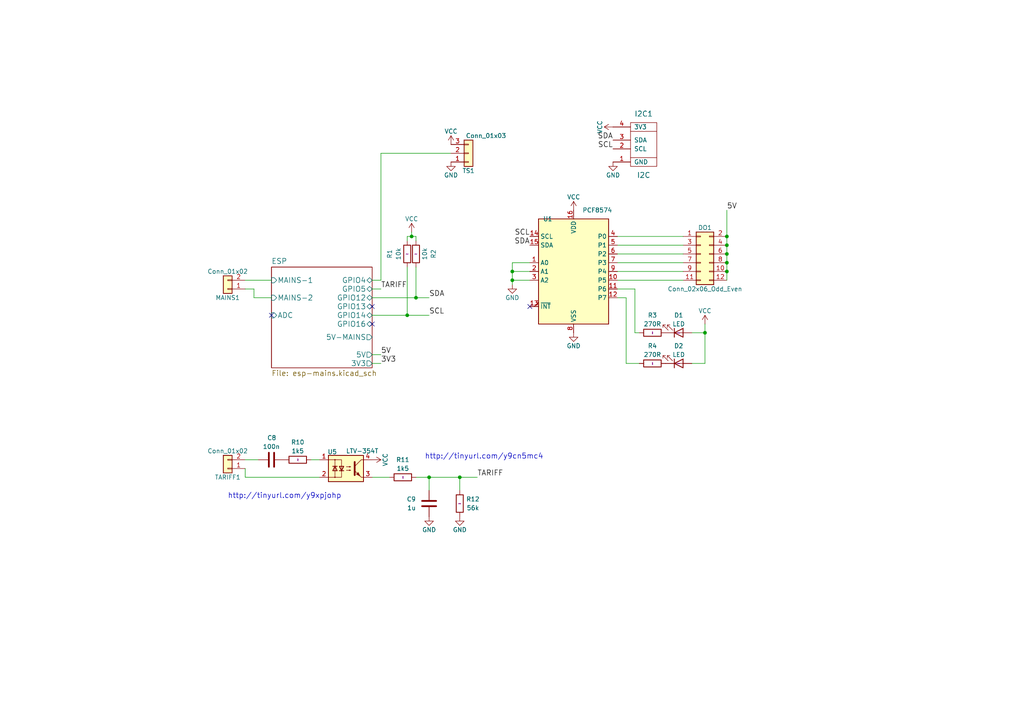
<source format=kicad_sch>
(kicad_sch (version 20210621) (generator eeschema)
  (paper "A4")
  (lib_symbols
    (symbol "Connector_Generic:Conn_01x02" (pin_names (offset 1.016) hide)
      (property "Reference" "J" (at 0 2.54 0))
      (property "Value" "Conn_01x02" (at 0 -5.08 0))
      (symbol "Conn_01x02_1_1"
        (rectangle (start -1.27 -2.413) (end 0 -2.667) (stroke (width 0.1524)))
        (rectangle (start -1.27 0.127) (end 0 -0.127) (stroke (width 0.1524)))
        (rectangle (start -1.27 1.27) (end 1.27 -3.81) (stroke (width 0.254)) (fill (type background)))
        (pin passive line (at -5.08 0 0) (length 3.81) (name "Pin_1") (number "1"))
        (pin passive line (at -5.08 -2.54 0) (length 3.81) (name "Pin_2") (number "2"))
      )
    )
    (symbol "Connector_Generic:Conn_01x03" (pin_names (offset 1.016) hide)
      (property "Reference" "J" (at 0 5.08 0))
      (property "Value" "Conn_01x03" (at 0 -5.08 0))
      (symbol "Conn_01x03_1_1"
        (rectangle (start -1.27 -2.413) (end 0 -2.667) (stroke (width 0.1524)))
        (rectangle (start -1.27 0.127) (end 0 -0.127) (stroke (width 0.1524)))
        (rectangle (start -1.27 2.667) (end 0 2.413) (stroke (width 0.1524)))
        (rectangle (start -1.27 3.81) (end 1.27 -3.81) (stroke (width 0.254)) (fill (type background)))
        (pin passive line (at -5.08 2.54 0) (length 3.81) (name "Pin_1") (number "1"))
        (pin passive line (at -5.08 0 0) (length 3.81) (name "Pin_2") (number "2"))
        (pin passive line (at -5.08 -2.54 0) (length 3.81) (name "Pin_3") (number "3"))
      )
    )
    (symbol "Connector_Generic:Conn_02x06_Odd_Even" (pin_names (offset 1.016) hide)
      (property "Reference" "J" (at 1.27 7.62 0))
      (property "Value" "Conn_02x06_Odd_Even" (at 1.27 -10.16 0))
      (symbol "Conn_02x06_Odd_Even_1_1"
        (rectangle (start -1.27 -7.493) (end 0 -7.747) (stroke (width 0.1524)))
        (rectangle (start -1.27 -4.953) (end 0 -5.207) (stroke (width 0.1524)))
        (rectangle (start -1.27 -2.413) (end 0 -2.667) (stroke (width 0.1524)))
        (rectangle (start -1.27 0.127) (end 0 -0.127) (stroke (width 0.1524)))
        (rectangle (start -1.27 2.667) (end 0 2.413) (stroke (width 0.1524)))
        (rectangle (start -1.27 5.207) (end 0 4.953) (stroke (width 0.1524)))
        (rectangle (start -1.27 6.35) (end 3.81 -8.89) (stroke (width 0.254)) (fill (type background)))
        (rectangle (start 3.81 -7.493) (end 2.54 -7.747) (stroke (width 0.1524)))
        (rectangle (start 3.81 -4.953) (end 2.54 -5.207) (stroke (width 0.1524)))
        (rectangle (start 3.81 -2.413) (end 2.54 -2.667) (stroke (width 0.1524)))
        (rectangle (start 3.81 0.127) (end 2.54 -0.127) (stroke (width 0.1524)))
        (rectangle (start 3.81 2.667) (end 2.54 2.413) (stroke (width 0.1524)))
        (rectangle (start 3.81 5.207) (end 2.54 4.953) (stroke (width 0.1524)))
        (pin passive line (at -5.08 5.08 0) (length 3.81) (name "Pin_1") (number "1"))
        (pin passive line (at 7.62 -5.08 180) (length 3.81) (name "Pin_10") (number "10"))
        (pin passive line (at -5.08 -7.62 0) (length 3.81) (name "Pin_11") (number "11"))
        (pin passive line (at 7.62 -7.62 180) (length 3.81) (name "Pin_12") (number "12"))
        (pin passive line (at 7.62 5.08 180) (length 3.81) (name "Pin_2") (number "2"))
        (pin passive line (at -5.08 2.54 0) (length 3.81) (name "Pin_3") (number "3"))
        (pin passive line (at 7.62 2.54 180) (length 3.81) (name "Pin_4") (number "4"))
        (pin passive line (at -5.08 0 0) (length 3.81) (name "Pin_5") (number "5"))
        (pin passive line (at 7.62 0 180) (length 3.81) (name "Pin_6") (number "6"))
        (pin passive line (at -5.08 -2.54 0) (length 3.81) (name "Pin_7") (number "7"))
        (pin passive line (at 7.62 -2.54 180) (length 3.81) (name "Pin_8") (number "8"))
        (pin passive line (at -5.08 -5.08 0) (length 3.81) (name "Pin_9") (number "9"))
      )
    )
    (symbol "Device:C" (pin_numbers hide) (pin_names (offset 0.254))
      (property "Reference" "C" (at 0.635 2.54 0))
      (property "Value" "C" (at 0.635 -2.54 0))
      (symbol "C_0_1"
        (polyline (pts (xy -2.032 -0.762) (xy 2.032 -0.762)) (stroke (width 0.508)))
        (polyline (pts (xy -2.032 0.762) (xy 2.032 0.762)) (stroke (width 0.508)))
      )
      (symbol "C_1_1"
        (pin passive line (at 0 3.81 270) (length 2.794) (name "~") (number "1"))
        (pin passive line (at 0 -3.81 90) (length 2.794) (name "~") (number "2"))
      )
    )
    (symbol "Device:LED" (pin_numbers hide) (pin_names (offset 1.016) hide)
      (property "Reference" "D" (at 0 2.54 0))
      (property "Value" "LED" (at 0 -2.54 0))
      (symbol "LED_0_1"
        (polyline (pts (xy -1.27 -1.27) (xy -1.27 1.27)) (stroke (width 0.254)))
        (polyline (pts (xy -1.27 0) (xy 1.27 0)))
        (polyline (pts (xy 1.27 -1.27) (xy 1.27 1.27) (xy -1.27 0) (xy 1.27 -1.27)) (stroke (width 0.254)))
        (polyline (pts (xy -3.048 -0.762) (xy -4.572 -2.286) (xy -3.81 -2.286) (xy -4.572 -2.286) (xy -4.572 -1.524)))
        (polyline (pts (xy -1.778 -0.762) (xy -3.302 -2.286) (xy -2.54 -2.286) (xy -3.302 -2.286) (xy -3.302 -1.524)))
      )
      (symbol "LED_1_1"
        (pin passive line (at -3.81 0 0) (length 2.54) (name "K") (number "1"))
        (pin passive line (at 3.81 0 180) (length 2.54) (name "A") (number "2"))
      )
    )
    (symbol "Device:R" (pin_numbers hide) (pin_names (offset 0))
      (property "Reference" "R" (at 2.032 0 90))
      (property "Value" "R" (at 0 0 90))
      (symbol "R_0_1"
        (rectangle (start -1.016 -2.54) (end 1.016 2.54) (stroke (width 0.254)))
      )
      (symbol "R_1_1"
        (pin passive line (at 0 3.81 270) (length 1.27) (name "~") (number "1"))
        (pin passive line (at 0 -3.81 90) (length 1.27) (name "~") (number "2"))
      )
    )
    (symbol "Drake:I2C" (pin_names (offset 1.016))
      (property "Reference" "X" (at 0 8.89 0))
      (property "Value" "I2C" (at 0 -8.89 0))
      (symbol "I2C_0_1"
        (polyline (pts (xy 3.81 -3.81) (xy -3.81 -3.81)))
        (polyline (pts (xy 3.81 3.81) (xy -3.81 3.81)))
        (rectangle (start 3.81 6.35) (end -3.81 -6.35))
      )
      (symbol "I2C_1_1"
        (pin power_in line (at 8.89 -5.08 180) (length 5.08) (name "GND") (number "1"))
        (pin open_collector line (at 8.89 -1.27 180) (length 5.08) (name "SCL") (number "2"))
        (pin open_collector line (at 8.89 1.27 180) (length 5.08) (name "SDA") (number "3"))
        (pin power_in line (at 8.89 5.08 180) (length 5.08) (name "3V3") (number "4"))
      )
    )
    (symbol "Interface_Expansion:PCF8574"
      (property "Reference" "U" (at -8.89 16.51 0))
      (property "Value" "PCF8574" (at 2.54 16.51 0))
      (symbol "PCF8574_0_1"
        (rectangle (start -10.16 15.24) (end 10.16 -15.24) (stroke (width 0.254)) (fill (type background)))
      )
      (symbol "PCF8574_1_1"
        (pin input line (at -12.7 2.54 0) (length 2.54) (name "A0") (number "1"))
        (pin bidirectional line (at 12.7 -2.54 180) (length 2.54) (name "P5") (number "10"))
        (pin bidirectional line (at 12.7 -5.08 180) (length 2.54) (name "P6") (number "11"))
        (pin bidirectional line (at 12.7 -7.62 180) (length 2.54) (name "P7") (number "12"))
        (pin open_collector output_low (at -12.7 -10.16 0) (length 2.54) (name "~{INT}") (number "13"))
        (pin input line (at -12.7 10.16 0) (length 2.54) (name "SCL") (number "14"))
        (pin bidirectional line (at -12.7 7.62 0) (length 2.54) (name "SDA") (number "15"))
        (pin power_in line (at 0 17.78 270) (length 2.54) (name "VDD") (number "16"))
        (pin input line (at -12.7 0 0) (length 2.54) (name "A1") (number "2"))
        (pin input line (at -12.7 -2.54 0) (length 2.54) (name "A2") (number "3"))
        (pin bidirectional line (at 12.7 10.16 180) (length 2.54) (name "P0") (number "4"))
        (pin bidirectional line (at 12.7 7.62 180) (length 2.54) (name "P1") (number "5"))
        (pin bidirectional line (at 12.7 5.08 180) (length 2.54) (name "P2") (number "6"))
        (pin bidirectional line (at 12.7 2.54 180) (length 2.54) (name "P3") (number "7"))
        (pin power_in line (at 0 -17.78 90) (length 2.54) (name "VSS") (number "8"))
        (pin bidirectional line (at 12.7 0 180) (length 2.54) (name "P4") (number "9"))
      )
    )
    (symbol "Isolator:LTV-354T" (pin_names (offset 1.016))
      (property "Reference" "U" (at -5.334 4.826 0))
      (property "Value" "LTV-354T" (at 0 5.08 0))
      (symbol "LTV-354T_0_1"
        (rectangle (start -5.08 3.81) (end 5.08 -3.81) (stroke (width 0.254)) (fill (type background)))
        (circle (center -3.175 -2.54) (radius 0.127))
        (circle (center -3.175 2.54) (radius 0.127))
        (polyline (pts (xy -3.81 0.635) (xy -2.54 0.635)) (stroke (width 0.254)))
        (polyline (pts (xy -3.175 -0.635) (xy -3.175 -2.54)))
        (polyline (pts (xy -3.175 -0.635) (xy -3.175 2.54)))
        (polyline (pts (xy -1.905 -0.635) (xy -0.635 -0.635)) (stroke (width 0.254)))
        (polyline (pts (xy 2.54 0.635) (xy 4.445 2.54)))
        (polyline (pts (xy 4.445 -2.54) (xy 2.54 -0.635)) (fill (type outline)))
        (polyline (pts (xy 4.445 -2.54) (xy 5.08 -2.54)))
        (polyline (pts (xy 4.445 2.54) (xy 5.08 2.54)))
        (polyline (pts (xy -5.08 2.54) (xy -1.27 2.54) (xy -1.27 -0.635)))
        (polyline (pts (xy -1.27 -0.635) (xy -1.27 -2.54) (xy -5.08 -2.54)))
        (polyline (pts (xy 2.54 1.905) (xy 2.54 -1.905) (xy 2.54 -1.905)) (stroke (width 0.508)))
        (polyline (pts (xy -3.175 0.635) (xy -3.81 -0.635) (xy -2.54 -0.635) (xy -3.175 0.635)) (stroke (width 0.254)))
        (polyline (pts (xy -1.27 -0.635) (xy -1.905 0.635) (xy -0.635 0.635) (xy -1.27 -0.635)) (stroke (width 0.254)))
        (polyline (pts (xy 0.127 -0.508) (xy 1.397 -0.508) (xy 1.016 -0.635) (xy 1.016 -0.381) (xy 1.397 -0.508)))
        (polyline (pts (xy 0.127 0.508) (xy 1.397 0.508) (xy 1.016 0.381) (xy 1.016 0.635) (xy 1.397 0.508)))
        (polyline (pts (xy 3.048 -1.651) (xy 3.556 -1.143) (xy 4.064 -2.159) (xy 3.048 -1.651) (xy 3.048 -1.651)) (fill (type outline)))
      )
      (symbol "LTV-354T_1_1"
        (pin passive line (at -7.62 2.54 0) (length 2.54) (name "~") (number "1"))
        (pin passive line (at -7.62 -2.54 0) (length 2.54) (name "~") (number "2"))
        (pin passive line (at 7.62 -2.54 180) (length 2.54) (name "~") (number "3"))
        (pin passive line (at 7.62 2.54 180) (length 2.54) (name "~") (number "4"))
      )
    )
    (symbol "power:GND" (power) (pin_names (offset 0))
      (property "Value" "GND" (at 0 -3.81 0))
      (symbol "GND_0_1"
        (polyline (pts (xy 0 0) (xy 0 -1.27) (xy 1.27 -1.27) (xy 0 -2.54) (xy -1.27 -1.27) (xy 0 -1.27)))
      )
      (symbol "GND_1_1"
        (pin power_in line (at 0 0 270) (length 0) hide (name "GND") (number "1"))
      )
    )
    (symbol "power:VCC" (power) (pin_names (offset 0))
      (property "Value" "VCC" (at 0 3.81 0))
      (symbol "VCC_0_1"
        (polyline (pts (xy -0.762 1.27) (xy 0 2.54)))
        (polyline (pts (xy 0 0) (xy 0 2.54)))
        (polyline (pts (xy 0 2.54) (xy 0.762 1.27)))
      )
      (symbol "VCC_1_1"
        (pin power_in line (at 0 0 90) (length 0) hide (name "VCC") (number "1"))
      )
    )
  )
  (junction (at 118.11 91.44))
  (junction (at 119.38 68.58))
  (junction (at 120.65 86.36))
  (junction (at 124.46 138.43))
  (junction (at 133.35 138.43))
  (junction (at 148.59 78.74))
  (junction (at 148.59 81.28))
  (junction (at 204.47 96.52))
  (junction (at 210.82 68.58))
  (junction (at 210.82 71.12))
  (junction (at 210.82 73.66))
  (junction (at 210.82 76.2))
  (junction (at 210.82 78.74))
  (no_connect (at 78.74 91.44))
  (no_connect (at 107.95 88.9))
  (no_connect (at 107.95 93.98))
  (no_connect (at 153.67 88.9))
  (wire (pts (xy 71.12 81.28) (xy 78.74 81.28)))
  (wire (pts (xy 71.12 83.82) (xy 73.66 83.82)))
  (wire (pts (xy 71.12 133.35) (xy 74.93 133.35)))
  (wire (pts (xy 71.12 135.89) (xy 71.12 138.43)))
  (wire (pts (xy 71.12 138.43) (xy 92.71 138.43)))
  (wire (pts (xy 73.66 83.82) (xy 73.66 86.36)))
  (wire (pts (xy 73.66 86.36) (xy 78.74 86.36)))
  (wire (pts (xy 90.17 133.35) (xy 92.71 133.35)))
  (wire (pts (xy 107.95 81.28) (xy 110.49 81.28)))
  (wire (pts (xy 107.95 83.82) (xy 110.49 83.82)))
  (wire (pts (xy 107.95 86.36) (xy 120.65 86.36)))
  (wire (pts (xy 107.95 91.44) (xy 118.11 91.44)))
  (wire (pts (xy 107.95 102.87) (xy 110.49 102.87)))
  (wire (pts (xy 107.95 105.41) (xy 110.49 105.41)))
  (wire (pts (xy 107.95 138.43) (xy 113.03 138.43)))
  (wire (pts (xy 110.49 44.45) (xy 130.81 44.45)))
  (wire (pts (xy 110.49 81.28) (xy 110.49 44.45)))
  (wire (pts (xy 118.11 68.58) (xy 119.38 68.58)))
  (wire (pts (xy 118.11 69.85) (xy 118.11 68.58)))
  (wire (pts (xy 118.11 77.47) (xy 118.11 91.44)))
  (wire (pts (xy 118.11 91.44) (xy 124.46 91.44)))
  (wire (pts (xy 119.38 67.31) (xy 119.38 68.58)))
  (wire (pts (xy 119.38 68.58) (xy 120.65 68.58)))
  (wire (pts (xy 120.65 68.58) (xy 120.65 69.85)))
  (wire (pts (xy 120.65 77.47) (xy 120.65 86.36)))
  (wire (pts (xy 120.65 86.36) (xy 124.46 86.36)))
  (wire (pts (xy 120.65 138.43) (xy 124.46 138.43)))
  (wire (pts (xy 124.46 138.43) (xy 133.35 138.43)))
  (wire (pts (xy 124.46 142.24) (xy 124.46 138.43)))
  (wire (pts (xy 133.35 138.43) (xy 133.35 142.24)))
  (wire (pts (xy 133.35 138.43) (xy 138.43 138.43)))
  (wire (pts (xy 148.59 76.2) (xy 148.59 78.74)))
  (wire (pts (xy 148.59 78.74) (xy 148.59 81.28)))
  (wire (pts (xy 148.59 81.28) (xy 148.59 82.55)))
  (wire (pts (xy 153.67 76.2) (xy 148.59 76.2)))
  (wire (pts (xy 153.67 78.74) (xy 148.59 78.74)))
  (wire (pts (xy 153.67 81.28) (xy 148.59 81.28)))
  (wire (pts (xy 179.07 68.58) (xy 198.12 68.58)))
  (wire (pts (xy 179.07 71.12) (xy 198.12 71.12)))
  (wire (pts (xy 179.07 73.66) (xy 198.12 73.66)))
  (wire (pts (xy 179.07 76.2) (xy 198.12 76.2)))
  (wire (pts (xy 179.07 78.74) (xy 198.12 78.74)))
  (wire (pts (xy 179.07 81.28) (xy 198.12 81.28)))
  (wire (pts (xy 179.07 86.36) (xy 181.61 86.36)))
  (wire (pts (xy 181.61 86.36) (xy 181.61 105.41)))
  (wire (pts (xy 181.61 105.41) (xy 185.42 105.41)))
  (wire (pts (xy 184.15 83.82) (xy 179.07 83.82)))
  (wire (pts (xy 184.15 96.52) (xy 184.15 83.82)))
  (wire (pts (xy 185.42 96.52) (xy 184.15 96.52)))
  (wire (pts (xy 200.66 96.52) (xy 204.47 96.52)))
  (wire (pts (xy 204.47 93.98) (xy 204.47 96.52)))
  (wire (pts (xy 204.47 96.52) (xy 204.47 105.41)))
  (wire (pts (xy 204.47 105.41) (xy 200.66 105.41)))
  (wire (pts (xy 210.82 60.96) (xy 210.82 68.58)))
  (wire (pts (xy 210.82 68.58) (xy 210.82 71.12)))
  (wire (pts (xy 210.82 71.12) (xy 210.82 73.66)))
  (wire (pts (xy 210.82 73.66) (xy 210.82 76.2)))
  (wire (pts (xy 210.82 76.2) (xy 210.82 78.74)))
  (wire (pts (xy 210.82 78.74) (xy 210.82 81.28)))
  (text "http://tinyurl.com/y9xpjohp" (at 66.04 144.78 0) (effects (font (size 1.524 1.524)) (justify left bottom)))
  (text "http://tinyurl.com/y9cn5mc4" (at 123.19 133.35 0) (effects (font (size 1.524 1.524)) (justify left bottom)))
  (label "TARIFF" (at 110.49 83.82 0) (effects (font (size 1.524 1.524))))
  (label "5V" (at 110.49 102.87 0) (effects (font (size 1.524 1.524))))
  (label "3V3" (at 110.49 105.41 0) (effects (font (size 1.524 1.524))))
  (label "SDA" (at 124.46 86.36 0) (effects (font (size 1.524 1.524))))
  (label "SCL" (at 124.46 91.44 0) (effects (font (size 1.524 1.524))))
  (label "TARIFF" (at 138.43 138.43 0) (effects (font (size 1.524 1.524))))
  (label "SCL" (at 153.67 68.58 180) (effects (font (size 1.524 1.524))))
  (label "SDA" (at 153.67 71.12 180) (effects (font (size 1.524 1.524))))
  (label "SDA" (at 177.8 40.64 180) (effects (font (size 1.524 1.524))))
  (label "SCL" (at 177.8 43.18 180) (effects (font (size 1.524 1.524))))
  (label "5V" (at 210.82 60.96 0) (effects (font (size 1.524 1.524))))
  (symbol (lib_id "power:VCC") (at 107.95 133.35 270) (unit 1)
    (property "Reference" "#PWR09" (effects hide))
    (property "Value" "VCC" (at 111.76 133.35 0))
  )
  (symbol (lib_id "power:VCC") (at 119.38 67.31 0) (unit 1)
    (property "Reference" "#PWR04" (effects hide))
    (property "Value" "VCC" (at 119.38 63.5 0))
  )
  (symbol (lib_id "power:VCC") (at 130.81 41.91 0) (unit 1)
    (property "Reference" "#PWR06" (effects hide))
    (property "Value" "VCC" (at 130.81 38.1 0))
  )
  (symbol (lib_id "power:VCC") (at 166.37 60.96 0) (unit 1)
    (property "Reference" "#PWR01" (effects hide))
    (property "Value" "VCC" (at 166.37 57.15 0))
  )
  (symbol (lib_id "power:VCC") (at 177.8 36.83 90) (unit 1)
    (property "Reference" "#PWR0101" (effects hide))
    (property "Value" "VCC" (at 173.99 36.83 0))
  )
  (symbol (lib_id "power:VCC") (at 204.47 93.98 0) (unit 1)
    (property "Reference" "#PWR02" (effects hide))
    (property "Value" "VCC" (at 204.47 90.17 0))
  )
  (symbol (lib_id "power:GND") (at 124.46 149.86 0) (unit 1)
    (property "Reference" "#PWR010" (effects hide))
    (property "Value" "GND" (at 124.46 153.67 0))
  )
  (symbol (lib_id "power:GND") (at 130.81 46.99 0) (unit 1)
    (property "Reference" "#PWR05" (effects hide))
    (property "Value" "GND" (at 130.81 50.8 0))
  )
  (symbol (lib_id "power:GND") (at 133.35 149.86 0) (unit 1)
    (property "Reference" "#PWR011" (effects hide))
    (property "Value" "GND" (at 133.35 153.67 0))
  )
  (symbol (lib_id "power:GND") (at 148.59 82.55 0) (unit 1)
    (property "Reference" "#PWR08" (effects hide))
    (property "Value" "GND" (at 148.59 86.36 0))
  )
  (symbol (lib_id "power:GND") (at 166.37 96.52 0) (unit 1)
    (property "Reference" "#PWR03" (effects hide))
    (property "Value" "GND" (at 166.37 100.33 0))
  )
  (symbol (lib_id "power:GND") (at 177.8 46.99 0) (unit 1)
    (property "Reference" "#PWR07" (effects hide))
    (property "Value" "GND" (at 177.8 50.8 0))
  )
  (symbol (lib_id "Device:R") (at 86.36 133.35 270) (unit 1)
    (property "Reference" "R10" (at 86.36 128.27 90))
    (property "Value" "1k5" (at 86.36 130.81 90))
    (property "Footprint" "Resistor_SMD:R_1206_3216Metric" (effects hide))
    (property "Datasheet" "~" (at 86.36 133.35 0))
  )
  (symbol (lib_id "Device:R") (at 116.84 138.43 90) (unit 1)
    (property "Reference" "R11" (at 116.84 133.35 90))
    (property "Value" "1k5" (at 116.84 135.89 90))
    (property "Footprint" "Resistor_SMD:R_0805_2012Metric" (effects hide))
    (property "Datasheet" "~" (at 116.84 138.43 0))
  )
  (symbol (lib_id "Device:R") (at 118.11 73.66 180) (unit 1)
    (property "Reference" "R1" (at 113.03 73.66 90))
    (property "Value" "10k" (at 115.57 73.66 90))
    (property "Footprint" "Resistor_SMD:R_0805_2012Metric" (effects hide))
    (property "Datasheet" "~" (at 118.11 73.66 0))
  )
  (symbol (lib_id "Device:R") (at 120.65 73.66 0) (unit 1)
    (property "Reference" "R2" (at 125.73 73.66 90))
    (property "Value" "10k" (at 123.19 73.66 90))
    (property "Footprint" "Resistor_SMD:R_0805_2012Metric" (effects hide))
    (property "Datasheet" "~" (at 120.65 73.66 0))
  )
  (symbol (lib_id "Device:R") (at 133.35 146.05 0) (unit 1)
    (property "Reference" "R12" (at 137.16 144.78 0))
    (property "Value" "56k" (at 137.16 147.32 0))
    (property "Footprint" "Resistor_SMD:R_0805_2012Metric" (effects hide))
    (property "Datasheet" "~" (at 133.35 146.05 0))
  )
  (symbol (lib_id "Device:R") (at 189.23 96.52 90) (unit 1)
    (property "Reference" "R3" (at 189.23 91.44 90))
    (property "Value" "270R" (at 189.23 93.98 90))
    (property "Footprint" "Resistor_SMD:R_0805_2012Metric" (effects hide))
    (property "Datasheet" "~" (at 189.23 96.52 0))
  )
  (symbol (lib_id "Device:R") (at 189.23 105.41 90) (unit 1)
    (property "Reference" "R4" (at 189.23 100.33 90))
    (property "Value" "270R" (at 189.23 102.87 90))
    (property "Footprint" "Resistor_SMD:R_0805_2012Metric" (effects hide))
    (property "Datasheet" "~" (at 189.23 105.41 0))
  )
  (symbol (lib_id "Device:LED") (at 196.85 96.52 0) (mirror x) (unit 1)
    (property "Reference" "D1" (at 196.85 91.44 0))
    (property "Value" "LED" (at 196.85 93.98 0))
    (property "Footprint" "LED_SMD:LED_0805_2012Metric" (effects hide))
    (property "Datasheet" "~" (at 196.85 96.52 0))
  )
  (symbol (lib_id "Device:LED") (at 196.85 105.41 0) (mirror x) (unit 1)
    (property "Reference" "D2" (at 196.85 100.33 0))
    (property "Value" "LED" (at 196.85 102.87 0))
    (property "Footprint" "LED_SMD:LED_0805_2012Metric" (effects hide))
    (property "Datasheet" "~" (at 196.85 105.41 0))
  )
  (symbol (lib_id "Connector_Generic:Conn_01x02") (at 66.04 83.82 180) (unit 1)
    (property "Reference" "MAINS1" (at 66.04 86.36 0))
    (property "Value" "Conn_01x02" (at 66.04 78.74 0))
    (property "Footprint" "Drake:DG301-5.0-02" (effects hide))
  )
  (symbol (lib_id "Connector_Generic:Conn_01x02") (at 66.04 135.89 180) (unit 1)
    (property "Reference" "TARIFF1" (at 66.04 138.43 0))
    (property "Value" "Conn_01x02" (at 66.04 130.81 0))
    (property "Footprint" "Drake:DG301-5.0-02" (effects hide))
  )
  (symbol (lib_id "Device:C") (at 78.74 133.35 270) (unit 1)
    (property "Reference" "C8" (at 77.47 127 90) (effects (justify left)))
    (property "Value" "100n" (at 76.2 129.54 90) (effects (justify left)))
    (property "Footprint" "Capacitor_SMD:C_1210_3225Metric" (effects hide))
  )
  (symbol (lib_id "Device:C") (at 124.46 146.05 180) (unit 1)
    (property "Reference" "C9" (at 120.65 144.78 0) (effects (justify left)))
    (property "Value" "1u" (at 120.65 147.32 0) (effects (justify left)))
    (property "Footprint" "Capacitor_SMD:C_0805_2012Metric" (effects hide))
  )
  (symbol (lib_id "Connector_Generic:Conn_01x03") (at 135.89 44.45 0) (mirror x) (unit 1)
    (property "Reference" "TS1" (at 135.89 49.53 0))
    (property "Value" "Conn_01x03" (at 140.97 39.37 0))
    (property "Footprint" "Drake:DG301-5.0-03" (effects hide))
  )
  (symbol (lib_id "Isolator:LTV-354T") (at 100.33 135.89 0) (unit 1)
    (property "Reference" "U5" (at 94.996 131.064 0) (effects (justify left)))
    (property "Value" "LTV-354T" (at 100.33 130.81 0) (effects (justify left)))
    (property "Footprint" "Package_SO:SO-4_4.4x3.6mm_P2.54mm" (effects hide))
    (property "Datasheet" "http://optoelectronics.liteon.com/upload/download/DS70-2001-004/S_110_LTV-354T%2020140520.pdf" (effects hide))
  )
  (symbol (lib_id "Drake:I2C") (at 186.69 41.91 0) (mirror y) (unit 1)
    (property "Reference" "I2C1" (at 186.69 33.02 0) (effects (font (size 1.524 1.524))))
    (property "Value" "I2C" (at 186.69 50.8 0) (effects (font (size 1.524 1.524))))
    (property "Footprint" "Drake:Micro-Match-FOB-4" (effects hide))
  )
  (symbol (lib_id "Connector_Generic:Conn_02x06_Odd_Even") (at 203.2 73.66 0) (unit 1)
    (property "Reference" "DO1" (at 204.47 66.04 0))
    (property "Value" "Conn_02x06_Odd_Even" (at 204.47 83.82 0))
    (property "Footprint" "Drake:Micro-Match-FOB-12" (effects hide))
  )
  (symbol (lib_id "Interface_Expansion:PCF8574") (at 166.37 78.74 0) (unit 1)
    (property "Reference" "U1" (at 157.48 63.5 0) (effects (justify left)))
    (property "Value" "PCF8574" (at 168.91 60.96 0) (effects (justify left)))
    (property "Footprint" "Package_SO:SOIC-16W_7.5x10.3mm_P1.27mm" (effects hide))
    (property "Datasheet" "http://www.nxp.com/documents/data_sheet/PCF8574_PCF8574A.pdf" (effects hide))
  )
  (sheet (at 78.74 77.47) (size 29.21 29.21)
    (property "Sheet name" "ESP" (at 78.74 76.6314 0) (effects (font (size 1.524 1.524)) (justify left bottom)))
    (property "Sheet file" "esp-mains.kicad_sch" (at 78.74 107.3662 0) (effects (font (size 1.524 1.524)) (justify left top)))
    (pin "MAINS-1" input (at 78.74 81.28 180) (effects (font (size 1.524 1.524))))
    (pin "MAINS-2" input (at 78.74 86.36 180) (effects (font (size 1.524 1.524))))
    (pin "5V-MAINS" output (at 107.95 97.79 0) (effects (font (size 1.524 1.524))))
    (pin "ADC" input (at 78.74 91.44 180) (effects (font (size 1.524 1.524))))
    (pin "GPIO16" bidirectional (at 107.95 93.98 0) (effects (font (size 1.524 1.524))))
    (pin "GPIO14" bidirectional (at 107.95 91.44 0) (effects (font (size 1.524 1.524))))
    (pin "GPIO12" bidirectional (at 107.95 86.36 0) (effects (font (size 1.524 1.524))))
    (pin "GPIO13" bidirectional (at 107.95 88.9 0) (effects (font (size 1.524 1.524))))
    (pin "GPIO5" bidirectional (at 107.95 83.82 0) (effects (font (size 1.524 1.524))))
    (pin "GPIO4" bidirectional (at 107.95 81.28 0) (effects (font (size 1.524 1.524))))
    (pin "5V" output (at 107.95 102.87 0) (effects (font (size 1.524 1.524))))
    (pin "3V3" output (at 107.95 105.41 0) (effects (font (size 1.524 1.524))))
  )
)
</source>
